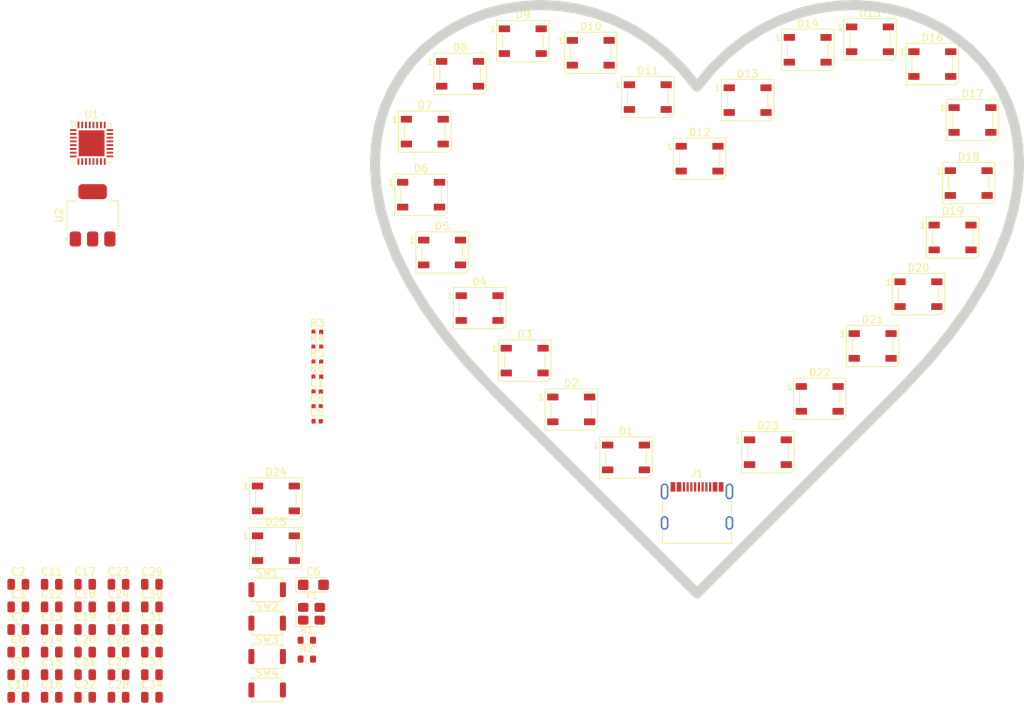
<source format=kicad_pcb>
(kicad_pcb (version 20241229) (generator "pcbnew") (generator_version "9.0")
  (layers (0 "F.Cu" signal) (4 "In1.Cu" power "GND_Plane") (6 "In2.Cu" power "PWR_Plane") (2 "B.Cu" signal) (13 "F.Paste" user) (15 "B.Paste" user) (5 "F.SilkS" user "F.Silkscreen") (7 "B.SilkS" user "B.Silkscreen") (1 "F.Mask" user) (3 "B.Mask" user) (25 "Edge.Cuts" user))
  (net 0 "")
  (net 1 "+3.3V")
  (net 2 "GND")
  (net 3 "/XTAL_N")
  (net 4 "/XTAL_P")
  (net 5 "/EN")
  (net 6 "+5V")
  (net 7 "/LED_PWM")
  (net 8 "Net-(D2-DOUT)")
  (net 9 "Net-(D3-DOUT)")
  (net 10 "Net-(D4-DOUT)")
  (net 11 "Net-(D6-DOUT)")
  (net 12 "Net-(D7-DOUT)")
  (net 13 "Net-(D8-DOUT)")
  (net 14 "Net-(D10-DIN)")
  (net 15 "Net-(D11-DOUT)")
  (net 16 "Net-(D12-DOUT)")
  (net 17 "Net-(D13-DOUT)")
  (net 18 "Net-(D14-DOUT)")
  (net 19 "Net-(J1-CC1)")
  (net 21 "Net-(J1-CC2)")
  (net 22 "/USB_D+")
  (net 23 "/USB_D-")
  (net 25 "/BOOT")
  (net 26 "/LED_MODUS")
  (net 45 "Net-(D16-DOUT)")
  (net 46 "Net-(D17-DOUT)")
  (net 47 "Net-(D18-DOUT)")
  (net 48 "Net-(D19-DOUT)")
  (net 49 "Net-(D21-DOUT)")
  (net 50 "Net-(D22-DOUT)")
  (net 51 "Net-(D23-DOUT)")
  (net 52 "Net-(D24-DOUT)")
  (net 54 "Net-(D1-DOUT)")
  (net 55 "/LED0")
  (net 56 "/LED1")
  (net 57 "/LED2")
  (net 58 "/LED3")
  (footprint "Capacitor_SMD:C_0805_2012Metric" (layer "F.Cu") (at 74.05 141.96)
    (property "Reference" "C24" (at 0 -1.68 0) (layer "F.SilkS"))
    (property "Value" "100nF")
    (pad "1" smd roundrect (at -0.95 0) (size 1 1.45) (layers "F.Cu" "F.Mask" "F.Paste") (net 6 "+5V"))
    (pad "2" smd roundrect (at 0.95 0) (size 1 1.45) (layers "F.Cu" "F.Mask" "F.Paste") (net 2 "GND"))
  )
  (footprint "Capacitor_SMD:C_0402_1005Metric" (layer "F.Cu") (at 100.51 113.29)
    (property "Reference" "C1" (at 0 -1.16 0) (layer "F.SilkS"))
    (property "Value" "100nF")
    (pad "1" smd roundrect (at -0.48 0) (size 0.56 0.62) (layers "F.Cu" "F.Mask" "F.Paste") (net 1 "+3.3V"))
    (pad "2" smd roundrect (at 0.48 0) (size 0.56 0.62) (layers "F.Cu" "F.Mask" "F.Paste") (net 2 "GND"))
  )
  (footprint "Capacitor_SMD:C_0805_2012Metric" (layer "F.Cu") (at 60.7 147.98)
    (property "Reference" "C8" (at 0 -1.68 0) (layer "F.SilkS"))
    (property "Value" "100nF")
    (pad "1" smd roundrect (at -0.95 0) (size 1 1.45) (layers "F.Cu" "F.Mask" "F.Paste") (net 6 "+5V"))
    (pad "2" smd roundrect (at 0.95 0) (size 1 1.45) (layers "F.Cu" "F.Mask" "F.Paste") (net 2 "GND"))
  )
  (footprint "Capacitor_SMD:C_0402_1005Metric" (layer "F.Cu") (at 100.51 117.23)
    (property "Reference" "C5" (at 0 -1.16 0) (layer "F.SilkS"))
    (property "Value" "10uF")
    (pad "1" smd roundrect (at -0.48 0) (size 0.56 0.62) (layers "F.Cu" "F.Mask" "F.Paste") (net 6 "+5V"))
    (pad "2" smd roundrect (at 0.48 0) (size 0.56 0.62) (layers "F.Cu" "F.Mask" "F.Paste") (net 2 "GND"))
  )
  (footprint "Resistor_SMD:R_0402_1005Metric" (layer "F.Cu") (at 100.53 109.32)
    (property "Reference" "R5" (at 0 -1.17 0) (layer "F.SilkS"))
    (property "Value" "10k")
    (pad "1" smd roundrect (at -0.51 0) (size 0.54 0.64) (layers "F.Cu" "F.Mask" "F.Paste") (net 1 "+3.3V"))
    (pad "2" smd roundrect (at 0.51 0) (size 0.54 0.64) (layers "F.Cu" "F.Mask" "F.Paste") (net 7 "/LED_PWM"))
  )
  (footprint "Capacitor_Tantalum_SMD:CP_EIA-3216-18_Kemet-A" (layer "F.Cu") (at 100.005 139.02)
    (property "Reference" "C6" (at 0 -1.75 0) (layer "F.SilkS"))
    (property "Value" "22uF")
    (pad "1" smd roundrect (at -1.3525 0) (size 1.415 1.39) (layers "F.Cu" "F.Mask" "F.Paste") (roundrect_rratio 0.179856) (net 1 "+3.3V"))
    (pad "2" smd roundrect (at 1.3525 0) (size 1.415 1.39) (layers "F.Cu" "F.Mask" "F.Paste") (roundrect_rratio 0.179856) (net 2 "GND"))
  )
  (footprint "LED_SMD:LED_WS2812B_PLCC4_5.0x5.0mm_P3.2mm" (layer "F.Cu") (at 141.65 122.05)
    (property "Reference" "D1" (at 0 -3.5 0) (layer "F.SilkS"))
    (property "Value" "WS2812B")
    (fp_text user "1" (at -4 -1.6 0) (layer "F.SilkS") (effects (font (size 0.8 0.8))))
    (pad "1" smd roundrect (at -2.45 -1.65) (size 1.5 0.9) (layers "F.Cu" "F.Mask" "F.Paste") (roundrect_rratio 0.1) (net 6 "+5V"))
    (pad "2" smd roundrect (at -2.45 1.65) (size 1.5 0.9) (layers "F.Cu" "F.Mask" "F.Paste") (roundrect_rratio 0.1) (net 54 "Net-(D1-DOUT)"))
    (pad "3" smd roundrect (at 2.45 1.65) (size 1.5 0.9) (layers "F.Cu" "F.Mask" "F.Paste") (roundrect_rratio 0.1) (net 2 "GND"))
    (pad "4" smd roundrect (at 2.45 -1.65) (size 1.5 0.9) (layers "F.Cu" "F.Mask" "F.Paste") (roundrect_rratio 0.1) (net 7 "/LED_PWM"))
  )
  (footprint "LED_SMD:LED_WS2812B_PLCC4_5.0x5.0mm_P3.2mm" (layer "F.Cu") (at 180.6 100.3)
    (property "Reference" "D20" (at 0 -3.5 0) (layer "F.SilkS"))
    (property "Value" "WS2812B")
    (fp_text user "1" (at -4 -1.6 0) (layer "F.SilkS") (effects (font (size 0.8 0.8))))
    (pad "1" smd roundrect (at -2.45 -1.65) (size 1.5 0.9) (layers "F.Cu" "F.Mask" "F.Paste") (roundrect_rratio 0.1) (net 6 "+5V"))
    (pad "2" smd roundrect (at -2.45 1.65) (size 1.5 0.9) (layers "F.Cu" "F.Mask" "F.Paste") (roundrect_rratio 0.1) (net 58 "/LED3"))
    (pad "3" smd roundrect (at 2.45 1.65) (size 1.5 0.9) (layers "F.Cu" "F.Mask" "F.Paste") (roundrect_rratio 0.1) (net 2 "GND"))
    (pad "4" smd roundrect (at 2.45 -1.65) (size 1.5 0.9) (layers "F.Cu" "F.Mask" "F.Paste") (roundrect_rratio 0.1) (net 48 "Net-(D19-DOUT)"))
  )
  (footprint "LED_SMD:LED_WS2812B_PLCC4_5.0x5.0mm_P3.2mm" (layer "F.Cu") (at 151.45 82.25)
    (property "Reference" "D12" (at 0 -3.5 0) (layer "F.SilkS"))
    (property "Value" "WS2812B")
    (fp_text user "1" (at -4 -1.6 0) (layer "F.SilkS") (effects (font (size 0.8 0.8))))
    (pad "1" smd roundrect (at -2.45 -1.65) (size 1.5 0.9) (layers "F.Cu" "F.Mask" "F.Paste") (roundrect_rratio 0.1) (net 6 "+5V"))
    (pad "2" smd roundrect (at -2.45 1.65) (size 1.5 0.9) (layers "F.Cu" "F.Mask" "F.Paste") (roundrect_rratio 0.1) (net 16 "Net-(D12-DOUT)"))
    (pad "3" smd roundrect (at 2.45 1.65) (size 1.5 0.9) (layers "F.Cu" "F.Mask" "F.Paste") (roundrect_rratio 0.1) (net 2 "GND"))
    (pad "4" smd roundrect (at 2.45 -1.65) (size 1.5 0.9) (layers "F.Cu" "F.Mask" "F.Paste") (roundrect_rratio 0.1) (net 15 "Net-(D11-DOUT)"))
  )
  (footprint "Resistor_SMD:R_0402_1005Metric" (layer "F.Cu") (at 100.53 105.34)
    (property "Reference" "R3" (at 0 -1.17 0) (layer "F.SilkS"))
    (property "Value" "10k")
    (pad "1" smd roundrect (at -0.51 0) (size 0.54 0.64) (layers "F.Cu" "F.Mask" "F.Paste") (net 1 "+3.3V"))
    (pad "2" smd roundrect (at 0.51 0) (size 0.54 0.64) (layers "F.Cu" "F.Mask" "F.Paste") (net 5 "/EN"))
  )
  (footprint "Capacitor_SMD:C_0805_2012Metric" (layer "F.Cu") (at 65.15 154)
    (property "Reference" "C16" (at 0 -1.68 0) (layer "F.SilkS"))
    (property "Value" "100nF")
    (pad "1" smd roundrect (at -0.95 0) (size 1 1.45) (layers "F.Cu" "F.Mask" "F.Paste") (net 6 "+5V"))
    (pad "2" smd roundrect (at 0.95 0) (size 1 1.45) (layers "F.Cu" "F.Mask" "F.Paste") (net 2 "GND"))
  )
  (footprint "Capacitor_SMD:C_0805_2012Metric" (layer "F.Cu") (at 78.5 150.99)
    (property "Reference" "C33" (at 0 -1.68 0) (layer "F.SilkS"))
    (property "Value" "100nF")
    (pad "1" smd roundrect (at -0.95 0) (size 1 1.45) (layers "F.Cu" "F.Mask" "F.Paste") (net 1 "+3.3V"))
    (pad "2" smd roundrect (at 0.95 0) (size 1 1.45) (layers "F.Cu" "F.Mask" "F.Paste") (net 2 "GND"))
  )
  (footprint "Capacitor_SMD:C_0805_2012Metric" (layer "F.Cu") (at 78.5 138.95)
    (property "Reference" "C29" (at 0 -1.68 0) (layer "F.SilkS"))
    (property "Value" "100nF")
    (pad "1" smd roundrect (at -0.95 0) (size 1 1.45) (layers "F.Cu" "F.Mask" "F.Paste") (net 6 "+5V"))
    (pad "2" smd roundrect (at 0.95 0) (size 1 1.45) (layers "F.Cu" "F.Mask" "F.Paste") (net 2 "GND"))
  )
  (footprint "Capacitor_SMD:C_0805_2012Metric" (layer "F.Cu") (at 65.15 138.95)
    (property "Reference" "C11" (at 0 -1.68 0) (layer "F.SilkS"))
    (property "Value" "100nF")
    (pad "1" smd roundrect (at -0.95 0) (size 1 1.45) (layers "F.Cu" "F.Mask" "F.Paste") (net 6 "+5V"))
    (pad "2" smd roundrect (at 0.95 0) (size 1 1.45) (layers "F.Cu" "F.Mask" "F.Paste") (net 2 "GND"))
  )
  (footprint "LED_SMD:LED_WS2812B_PLCC4_5.0x5.0mm_P3.2mm" (layer "F.Cu") (at 157.85 74.45)
    (property "Reference" "D13" (at 0 -3.5 0) (layer "F.SilkS"))
    (property "Value" "WS2812B")
    (fp_text user "1" (at -4 -1.6 0) (layer "F.SilkS") (effects (font (size 0.8 0.8))))
    (pad "1" smd roundrect (at -2.45 -1.65) (size 1.5 0.9) (layers "F.Cu" "F.Mask" "F.Paste") (roundrect_rratio 0.1) (net 6 "+5V"))
    (pad "2" smd roundrect (at -2.45 1.65) (size 1.5 0.9) (layers "F.Cu" "F.Mask" "F.Paste") (roundrect_rratio 0.1) (net 17 "Net-(D13-DOUT)"))
    (pad "3" smd roundrect (at 2.45 1.65) (size 1.5 0.9) (layers "F.Cu" "F.Mask" "F.Paste") (roundrect_rratio 0.1) (net 2 "GND"))
    (pad "4" smd roundrect (at 2.45 -1.65) (size 1.5 0.9) (layers "F.Cu" "F.Mask" "F.Paste") (roundrect_rratio 0.1) (net 16 "Net-(D12-DOUT)"))
  )
  (footprint "LED_SMD:LED_WS2812B_PLCC4_5.0x5.0mm_P3.2mm" (layer "F.Cu") (at 174.5 107.2)
    (property "Reference" "D21" (at 0 -3.5 0) (layer "F.SilkS"))
    (property "Value" "WS2812B")
    (fp_text user "1" (at -4 -1.6 0) (layer "F.SilkS") (effects (font (size 0.8 0.8))))
    (pad "1" smd roundrect (at -2.45 -1.65) (size 1.5 0.9) (layers "F.Cu" "F.Mask" "F.Paste") (roundrect_rratio 0.1) (net 6 "+5V"))
    (pad "2" smd roundrect (at -2.45 1.65) (size 1.5 0.9) (layers "F.Cu" "F.Mask" "F.Paste") (roundrect_rratio 0.1) (net 49 "Net-(D21-DOUT)"))
    (pad "3" smd roundrect (at 2.45 1.65) (size 1.5 0.9) (layers "F.Cu" "F.Mask" "F.Paste") (roundrect_rratio 0.1) (net 2 "GND"))
    (pad "4" smd roundrect (at 2.45 -1.65) (size 1.5 0.9) (layers "F.Cu" "F.Mask" "F.Paste") (roundrect_rratio 0.1) (net 58 "/LED3"))
  )
  (footprint "LED_SMD:LED_WS2812B_PLCC4_5.0x5.0mm_P3.2mm" (layer "F.Cu") (at 122.15 102.15)
    (property "Reference" "D4" (at 0 -3.5 0) (layer "F.SilkS"))
    (property "Value" "WS2812B")
    (fp_text user "1" (at -4 -1.6 0) (layer "F.SilkS") (effects (font (size 0.8 0.8))))
    (pad "1" smd roundrect (at -2.45 -1.65) (size 1.5 0.9) (layers "F.Cu" "F.Mask" "F.Paste") (roundrect_rratio 0.1) (net 6 "+5V"))
    (pad "2" smd roundrect (at -2.45 1.65) (size 1.5 0.9) (layers "F.Cu" "F.Mask" "F.Paste") (roundrect_rratio 0.1) (net 10 "Net-(D4-DOUT)"))
    (pad "3" smd roundrect (at 2.45 1.65) (size 1.5 0.9) (layers "F.Cu" "F.Mask" "F.Paste") (roundrect_rratio 0.1) (net 2 "GND"))
    (pad "4" smd roundrect (at 2.45 -1.65) (size 1.5 0.9) (layers "F.Cu" "F.Mask" "F.Paste") (roundrect_rratio 0.1) (net 9 "Net-(D3-DOUT)"))
  )
  (footprint "LED_SMD:LED_WS2812B_PLCC4_5.0x5.0mm_P3.2mm" (layer "F.Cu") (at 128.15 109.15)
    (property "Reference" "D3" (at 0 -3.5 0) (layer "F.SilkS"))
    (property "Value" "WS2812B")
    (fp_text user "1" (at -4 -1.6 0) (layer "F.SilkS") (effects (font (size 0.8 0.8))))
    (pad "1" smd roundrect (at -2.45 -1.65) (size 1.5 0.9) (layers "F.Cu" "F.Mask" "F.Paste") (roundrect_rratio 0.1) (net 6 "+5V"))
    (pad "2" smd roundrect (at -2.45 1.65) (size 1.5 0.9) (layers "F.Cu" "F.Mask" "F.Paste") (roundrect_rratio 0.1) (net 9 "Net-(D3-DOUT)"))
    (pad "3" smd roundrect (at 2.45 1.65) (size 1.5 0.9) (layers "F.Cu" "F.Mask" "F.Paste") (roundrect_rratio 0.1) (net 2 "GND"))
    (pad "4" smd roundrect (at 2.45 -1.65) (size 1.5 0.9) (layers "F.Cu" "F.Mask" "F.Paste") (roundrect_rratio 0.1) (net 8 "Net-(D2-DOUT)"))
  )
  (footprint "Connector_USB:USB_C_Receptacle_G-Switch_GT-USB-7010ASV" (layer "F.Cu") (at 151.106495 129.7)
    (property "Reference" "J1" (at 0 -5.5 0) (layer "F.SilkS"))
    (property "Value" "USB_C_2.0_16P" (hide yes))
    (pad "" np_thru_hole circle (at -2.89 -2.605) (size 0.65 0.65) (drill 0.65) (layers "*.Cu" "*.Mask"))
    (pad "" np_thru_hole circle (at 2.89 -2.605) (size 0.65 0.65) (drill 0.65) (layers "*.Cu" "*.Mask"))
    (pad "A1" smd rect (at -3.2 -3.725) (size 0.6 1.24) (layers "F.Cu" "F.Mask" "F.Paste") (net 2 "GND"))
    (pad "A4" smd rect (at -2.4 -3.725) (size 0.6 1.24) (layers "F.Cu" "F.Mask" "F.Paste") (net 6 "+5V"))
    (pad "A5" smd rect (at -1.25 -3.725) (size 0.3 1.24) (layers "F.Cu" "F.Mask" "F.Paste") (net 19 "Net-(J1-CC1)"))
    (pad "A6" smd rect (at -0.25 -3.725) (size 0.3 1.24) (layers "F.Cu" "F.Mask" "F.Paste") (net 22 "/USB_D+"))
    (pad "A7" smd rect (at 0.25 -3.725) (size 0.3 1.24) (layers "F.Cu" "F.Mask" "F.Paste") (net 23 "/USB_D-"))
    (pad "A8" smd rect (at 1.25 -3.725) (size 0.3 1.24) (layers "F.Cu" "F.Mask" "F.Paste"))
    (pad "A9" smd rect (at 2.4 -3.725) (size 0.6 1.24) (layers "F.Cu" "F.Mask" "F.Paste") (net 6 "+5V"))
    (pad "A12" smd rect (at 3.2 -3.725) (size 0.6 1.24) (layers "F.Cu" "F.Mask" "F.Paste") (net 2 "GND"))
    (pad "B1" smd rect (at 3.2 -3.725) (size 0.6 1.24) (layers "F.Cu" "F.Mask" "F.Paste") (net 2 "GND"))
    (pad "B4" smd rect (at 2.4 -3.725) (size 0.6 1.24) (layers "F.Cu" "F.Mask" "F.Paste") (net 6 "+5V"))
    (pad "B5" smd rect (at 1.75 -3.725) (size 0.3 1.24) (layers "F.Cu" "F.Mask" "F.Paste") (net 21 "Net-(J1-CC2)"))
    (pad "B6" smd rect (at 0.75 -3.725) (size 0.3 1.24) (layers "F.Cu" "F.Mask" "F.Paste") (net 22 "/USB_D+"))
    (pad "B7" smd rect (at -0.75 -3.725) (size 0.3 1.24) (layers "F.Cu" "F.Mask" "F.Paste") (net 23 "/USB_D-"))
    (pad "B8" smd rect (at -1.75 -3.725) (size 0.3 1.24) (layers "F.Cu" "F.Mask" "F.Paste"))
    (pad "B9" smd rect (at -2.4 -3.725) (size 0.6 1.24) (layers "F.Cu" "F.Mask" "F.Paste") (net 6 "+5V"))
    (pad "B12" smd rect (at -3.2 -3.725) (size 0.6 1.24) (layers "F.Cu" "F.Mask" "F.Paste") (net 2 "GND"))
    (pad "S1" thru_hole oval (at -4.32 -3.125) (size 1 2.1) (drill oval 0.6 1.7) (property pad_prop_heatsink) (layers "*.Cu" "*.Mask") (net 2 "GND"))
    (pad "S1" thru_hole oval (at -4.32 1.075) (size 1 1.8) (drill oval 0.6 1.4) (property pad_prop_heatsink) (layers "*.Cu" "*.Mask") (net 2 "GND"))
    (pad "S1" thru_hole oval (at 4.32 -3.125) (size 1 2.1) (drill oval 0.6 1.7) (property pad_prop_heatsink) (layers "*.Cu" "*.Mask") (net 2 "GND"))
    (pad "S1" thru_hole oval (at 4.32 1.075) (size 1 1.8) (drill oval 0.6 1.4) (property pad_prop_heatsink) (layers "*.Cu" "*.Mask") (net 2 "GND"))
  )
  (footprint "Capacitor_SMD:C_0402_1005Metric" (layer "F.Cu") (at 100.51 115.26)
    (property "Reference" "C4" (at 0 -1.16 0) (layer "F.SilkS"))
    (property "Value" "100nF")
    (pad "1" smd roundrect (at -0.48 0) (size 0.56 0.62) (layers "F.Cu" "F.Mask" "F.Paste") (net 2 "GND"))
    (pad "2" smd roundrect (at 0.48 0) (size 0.56 0.62) (layers "F.Cu" "F.Mask" "F.Paste") (net 5 "/EN"))
  )
  (footprint "LED_SMD:LED_WS2812B_PLCC4_5.0x5.0mm_P3.2mm" (layer "F.Cu") (at 167.45 114.25)
    (property "Reference" "D22" (at 0 -3.5 0) (layer "F.SilkS"))
    (property "Value" "WS2812B")
    (fp_text user "1" (at -4 -1.6 0) (layer "F.SilkS") (effects (font (size 0.8 0.8))))
    (pad "1" smd roundrect (at -2.45 -1.65) (size 1.5 0.9) (layers "F.Cu" "F.Mask" "F.Paste") (roundrect_rratio 0.1) (net 6 "+5V"))
    (pad "2" smd roundrect (at -2.45 1.65) (size 1.5 0.9) (layers "F.Cu" "F.Mask" "F.Paste") (roundrect_rratio 0.1) (net 50 "Net-(D22-DOUT)"))
    (pad "3" smd roundrect (at 2.45 1.65) (size 1.5 0.9) (layers "F.Cu" "F.Mask" "F.Paste") (roundrect_rratio 0.1) (net 2 "GND"))
    (pad "4" smd roundrect (at 2.45 -1.65) (size 1.5 0.9) (layers "F.Cu" "F.Mask" "F.Paste") (roundrect_rratio 0.1) (net 49 "Net-(D21-DOUT)"))
  )
  (footprint "Capacitor_SMD:C_0805_2012Metric" (layer "F.Cu") (at 74.05 144.97)
    (property "Reference" "C25" (at 0 -1.68 0) (layer "F.SilkS"))
    (property "Value" "100nF")
    (pad "1" smd roundrect (at -0.95 0) (size 1 1.45) (layers "F.Cu" "F.Mask" "F.Paste") (net 6 "+5V"))
    (pad "2" smd roundrect (at 0.95 0) (size 1 1.45) (layers "F.Cu" "F.Mask" "F.Paste") (net 2 "GND"))
  )
  (footprint "Button_Switch_SMD:SW_Push_SPST_NO_Alps_SKRK" (layer "F.Cu") (at 93.85 148.57)
    (property "Reference" "SW3" (at 0 -2.25 0) (layer "F.SilkS"))
    (property "Value" "MODE")
    (pad "1" smd roundrect (at -2.1 0) (size 0.8 2) (layers "F.Cu" "F.Mask" "F.Paste") (net 2 "GND"))
    (pad "2" smd roundrect (at 2.1 0) (size 0.8 2) (layers "F.Cu" "F.Mask" "F.Paste") (net 7 "/LED_PWM"))
  )
  (footprint "LED_SMD:LED_WS2812B_PLCC4_5.0x5.0mm_P3.2mm" (layer "F.Cu") (at 187.8 77.1)
    (property "Reference" "D17" (at 0 -3.5 0) (layer "F.SilkS"))
    (property "Value" "WS2812B")
    (fp_text user "1" (at -4 -1.6 0) (layer "F.SilkS") (effects (font (size 0.8 0.8))))
    (pad "1" smd roundrect (at -2.45 -1.65) (size 1.5 0.9) (layers "F.Cu" "F.Mask" "F.Paste") (roundrect_rratio 0.1) (net 6 "+5V"))
    (pad "2" smd roundrect (at -2.45 1.65) (size 1.5 0.9) (layers "F.Cu" "F.Mask" "F.Paste") (roundrect_rratio 0.1) (net 46 "Net-(D17-DOUT)"))
    (pad "3" smd roundrect (at 2.45 1.65) (size 1.5 0.9) (layers "F.Cu" "F.Mask" "F.Paste") (roundrect_rratio 0.1) (net 2 "GND"))
    (pad "4" smd roundrect (at 2.45 -1.65) (size 1.5 0.9) (layers "F.Cu" "F.Mask" "F.Paste") (roundrect_rratio 0.1) (net 45 "Net-(D16-DOUT)"))
  )
  (footprint "Capacitor_SMD:C_0805_2012Metric" (layer "F.Cu") (at 65.15 141.96)
    (property "Reference" "C12" (at 0 -1.68 0) (layer "F.SilkS"))
    (property "Value" "100nF")
    (pad "1" smd roundrect (at -0.95 0) (size 1 1.45) (layers "F.Cu" "F.Mask" "F.Paste") (net 6 "+5V"))
    (pad "2" smd roundrect (at 0.95 0) (size 1 1.45) (layers "F.Cu" "F.Mask" "F.Paste") (net 2 "GND"))
  )
  (footprint "LED_SMD:LED_WS2812B_PLCC4_5.0x5.0mm_P3.2mm" (layer "F.Cu") (at 114.85 78.65)
    (property "Reference" "D7" (at 0 -3.5 0) (layer "F.SilkS"))
    (property "Value" "WS2812B")
    (fp_text user "1" (at -4 -1.6 0) (layer "F.SilkS") (effects (font (size 0.8 0.8))))
    (pad "1" smd roundrect (at -2.45 -1.65) (size 1.5 0.9) (layers "F.Cu" "F.Mask" "F.Paste") (roundrect_rratio 0.1) (net 6 "+5V"))
    (pad "2" smd roundrect (at -2.45 1.65) (size 1.5 0.9) (layers "F.Cu" "F.Mask" "F.Paste") (roundrect_rratio 0.1) (net 12 "Net-(D7-DOUT)"))
    (pad "3" smd roundrect (at 2.45 1.65) (size 1.5 0.9) (layers "F.Cu" "F.Mask" "F.Paste") (roundrect_rratio 0.1) (net 2 "GND"))
    (pad "4" smd roundrect (at 2.45 -1.65) (size 1.5 0.9) (layers "F.Cu" "F.Mask" "F.Paste") (roundrect_rratio 0.1) (net 11 "Net-(D6-DOUT)"))
  )
  (footprint "LED_SMD:LED_WS2812B_PLCC4_5.0x5.0mm_P3.2mm" (layer "F.Cu") (at 185.15 92.75)
    (property "Reference" "D19" (at 0 -3.5 0) (layer "F.SilkS"))
    (property "Value" "WS2812B")
    (fp_text user "1" (at -4 -1.6 0) (layer "F.SilkS") (effects (font (size 0.8 0.8))))
    (pad "1" smd roundrect (at -2.45 -1.65) (size 1.5 0.9) (layers "F.Cu" "F.Mask" "F.Paste") (roundrect_rratio 0.1) (net 6 "+5V"))
    (pad "2" smd roundrect (at -2.45 1.65) (size 1.5 0.9) (layers "F.Cu" "F.Mask" "F.Paste") (roundrect_rratio 0.1) (net 48 "Net-(D19-DOUT)"))
    (pad "3" smd roundrect (at 2.45 1.65) (size 1.5 0.9) (layers "F.Cu" "F.Mask" "F.Paste") (roundrect_rratio 0.1) (net 2 "GND"))
    (pad "4" smd roundrect (at 2.45 -1.65) (size 1.5 0.9) (layers "F.Cu" "F.Mask" "F.Paste") (roundrect_rratio 0.1) (net 47 "Net-(D18-DOUT)"))
  )
  (footprint "Capacitor_SMD:C_0805_2012Metric" (layer "F.Cu") (at 69.6 150.99)
    (property "Reference" "C21" (at 0 -1.68 0) (layer "F.SilkS"))
    (property "Value" "100nF")
    (pad "1" smd roundrect (at -0.95 0) (size 1 1.45) (layers "F.Cu" "F.Mask" "F.Paste") (net 6 "+5V"))
    (pad "2" smd roundrect (at 0.95 0) (size 1 1.45) (layers "F.Cu" "F.Mask" "F.Paste") (net 2 "GND"))
  )
  (footprint "Resistor_SMD:R_0603_1608Metric" (layer "F.Cu") (at 99.13 148.91)
    (property "Reference" "R2" (at 0 -1.43 0) (layer "F.SilkS"))
    (property "Value" "5.1k")
    (pad "1" smd roundrect (at -0.825 0) (size 0.8 0.95) (layers "F.Cu" "F.Mask" "F.Paste") (net 21 "Net-(J1-CC2)"))
    (pad "2" smd roundrect (at 0.825 0) (size 0.8 0.95) (layers "F.Cu" "F.Mask" "F.Paste") (net 2 "GND"))
  )
  (footprint "LED_SMD:LED_WS2812B_PLCC4_5.0x5.0mm_P3.2mm" (layer "F.Cu") (at 117.15 94.75)
    (property "Reference" "D5" (at 0 -3.5 0) (layer "F.SilkS"))
    (property "Value" "WS2812B")
    (fp_text user "1" (at -4 -1.6 0) (layer "F.SilkS") (effects (font (size 0.8 0.8))))
    (pad "1" smd roundrect (at -2.45 -1.65) (size 1.5 0.9) (layers "F.Cu" "F.Mask" "F.Paste") (roundrect_rratio 0.1) (net 6 "+5V"))
    (pad "2" smd roundrect (at -2.45 1.65) (size 1.5 0.9) (layers "F.Cu" "F.Mask" "F.Paste") (roundrect_rratio 0.1) (net 55 "/LED0"))
    (pad "3" smd roundrect (at 2.45 1.65) (size 1.5 0.9) (layers "F.Cu" "F.Mask" "F.Paste") (roundrect_rratio 0.1) (net 2 "GND"))
    (pad "4" smd roundrect (at 2.45 -1.65) (size 1.5 0.9) (layers "F.Cu" "F.Mask" "F.Paste") (roundrect_rratio 0.1) (net 10 "Net-(D4-DOUT)"))
  )
  (footprint "Button_Switch_SMD:SW_Push_SPST_NO_Alps_SKRK" (layer "F.Cu") (at 93.85 139.67)
    (property "Reference" "SW1" (at 0 -2.25 0) (layer "F.SilkS"))
    (property "Value" "EN")
    (pad "1" smd roundrect (at -2.1 0) (size 0.8 2) (layers "F.Cu" "F.Mask" "F.Paste") (net 2 "GND"))
    (pad "2" smd roundrect (at 2.1 0) (size 0.8 2) (layers "F.Cu" "F.Mask" "F.Paste") (net 5 "/EN"))
  )
  (footprint "Button_Switch_SMD:SW_Push_SPST_NO_Alps_SKRK" (layer "F.Cu") (at 93.85 153.02)
    (property "Reference" "SW4" (at 0 -2.25 0) (layer "F.SilkS"))
    (property "Value" "LED_MODUS")
    (pad "1" smd roundrect (at -2.1 0) (size 0.8 2) (layers "F.Cu" "F.Mask" "F.Paste") (net 2 "GND"))
    (pad "2" smd roundrect (at 2.1 0) (size 0.8 2) (layers "F.Cu" "F.Mask" "F.Paste") (net 26 "/LED_MODUS"))
  )
  (footprint "Capacitor_SMD:C_0805_2012Metric" (layer "F.Cu") (at 74.05 154)
    (property "Reference" "C28" (at 0 -1.68 0) (layer "F.SilkS"))
    (property "Value" "100nF")
    (pad "1" smd roundrect (at -0.95 0) (size 1 1.45) (layers "F.Cu" "F.Mask" "F.Paste") (net 6 "+5V"))
    (pad "2" smd roundrect (at 0.95 0) (size 1 1.45) (layers "F.Cu" "F.Mask" "F.Paste") (net 2 "GND"))
  )
  (footprint "Package_TO_SOT_SMD:SOT-223-3_TabPin2" (layer "F.Cu") (at 70.6 89.8 90)
    (property "Reference" "U2" (at 0 -4.5 90) (layer "F.SilkS"))
    (property "Value" "AMS1117-3.3")
    (pad "1" smd roundrect (at -3.15 -2.3 90) (size 2 1.5) (layers "F.Cu" "F.Mask" "F.Paste") (net 2 "GND"))
    (pad "2" smd roundrect (at -3.15 0 90) (size 2 1.5) (layers "F.Cu" "F.Mask" "F.Paste") (net 1 "+3.3V"))
    (pad "2" smd roundrect (at 3.15 0 90) (size 2 3.8) (layers "F.Cu" "F.Mask" "F.Paste") (net 1 "+3.3V"))
    (pad "3" smd roundrect (at -3.15 2.3 90) (size 2 1.5) (layers "F.Cu" "F.Mask" "F.Paste") (net 6 "+5V"))
  )
  (footprint "LED_SMD:LED_WS2812B_PLCC4_5.0x5.0mm_P3.2mm" (layer "F.Cu") (at 95.015 127.515)
    (property "Reference" "D24" (at 0 -3.5 0) (layer "F.SilkS"))
    (property "Value" "WS2812B")
    (fp_text user "1" (at -4 -1.6 0) (layer "F.SilkS") (effects (font (size 0.8 0.8))))
    (pad "1" smd roundrect (at -2.45 -1.65) (size 1.5 0.9) (layers "F.Cu" "F.Mask" "F.Paste") (roundrect_rratio 0.1) (net 6 "+5V"))
    (pad "2" smd roundrect (at -2.45 1.65) (size 1.5 0.9) (layers "F.Cu" "F.Mask" "F.Paste") (roundrect_rratio 0.1) (net 52 "Net-(D24-DOUT)"))
    (pad "3" smd roundrect (at 2.45 1.65) (size 1.5 0.9) (layers "F.Cu" "F.Mask" "F.Paste") (roundrect_rratio 0.1) (net 2 "GND"))
    (pad "4" smd roundrect (at 2.45 -1.65) (size 1.5 0.9) (layers "F.Cu" "F.Mask" "F.Paste") (roundrect_rratio 0.1) (net 51 "Net-(D23-DOUT)"))
  )
  (footprint "LED_SMD:LED_WS2812B_PLCC4_5.0x5.0mm_P3.2mm" (layer "F.Cu") (at 114.35 87.05)
    (property "Reference" "D6" (at 0 -3.5 0) (layer "F.SilkS"))
    (property "Value" "WS2812B")
    (fp_text user "1" (at -4 -1.6 0) (layer "F.SilkS") (effects (font (size 0.8 0.8))))
    (pad "1" smd roundrect (at -2.45 -1.65) (size 1.5 0.9) (layers "F.Cu" "F.Mask" "F.Paste") (roundrect_rratio 0.1) (net 6 "+5V"))
    (pad "2" smd roundrect (at -2.45 1.65) (size 1.5 0.9) (layers "F.Cu" "F.Mask" "F.Paste") (roundrect_rratio 0.1) (net 11 "Net-(D6-DOUT)"))
    (pad "3" smd roundrect (at 2.45 1.65) (size 1.5 0.9) (layers "F.Cu" "F.Mask" "F.Paste") (roundrect_rratio 0.1) (net 2 "GND"))
    (pad "4" smd roundrect (at 2.45 -1.65) (size 1.5 0.9) (layers "F.Cu" "F.Mask" "F.Paste") (roundrect_rratio 0.1) (net 55 "/LED0"))
  )
  (footprint "Capacitor_SMD:C_0805_2012Metric" (layer "F.Cu") (at 78.5 147.98)
    (property "Reference" "C32" (at 0 -1.68 0) (layer "F.SilkS"))
    (property "Value" "100nF")
    (pad "1" smd roundrect (at -0.95 0) (size 1 1.45) (layers "F.Cu" "F.Mask" "F.Paste") (net 1 "+3.3V"))
    (pad "2" smd roundrect (at 0.95 0) (size 1 1.45) (layers "F.Cu" "F.Mask" "F.Paste") (net 2 "GND"))
  )
  (footprint "Capacitor_SMD:C_0805_2012Metric" (layer "F.Cu") (at 74.05 147.98)
    (property "Reference" "C26" (at 0 -1.68 0) (layer "F.SilkS"))
    (property "Value" "100nF")
    (pad "1" smd roundrect (at -0.95 0) (size 1 1.45) (layers "F.Cu" "F.Mask" "F.Paste") (net 6 "+5V"))
    (pad "2" smd roundrect (at 0.95 0) (size 1 1.45) (layers "F.Cu" "F.Mask" "F.Paste") (net 2 "GND"))
  )
  (footprint "Capacitor_SMD:C_0805_2012Metric" (layer "F.Cu") (at 60.7 150.99)
    (property "Reference" "C9" (at 0 -1.68 0) (layer "F.SilkS"))
    (property "Value" "100nF")
    (pad "1" smd roundrect (at -0.95 0) (size 1 1.45) (layers "F.Cu" "F.Mask" "F.Paste") (net 6 "+5V"))
    (pad "2" smd roundrect (at 0.95 0) (size 1 1.45) (layers "F.Cu" "F.Mask" "F.Paste") (net 2 "GND"))
  )
  (footprint "Capacitor_SMD:C_0805_2012Metric" (layer "F.Cu") (at 60.7 141.96)
    (property "Reference" "C3" (at 0 -1.68 0) (layer "F.SilkS"))
    (property "Value" "10uF")
    (pad "1" smd roundrect (at -0.95 0) (size 1 1.45) (layers "F.Cu" "F.Mask" "F.Paste") (net 4 "/XTAL_P"))
    (pad "2" smd roundrect (at 0.95 0) (size 1 1.45) (layers "F.Cu" "F.Mask" "F.Paste") (net 2 "GND"))
  )
  (footprint "Capacitor_SMD:C_0805_2012Metric" (layer "F.Cu") (at 74.05 150.99)
    (property "Reference" "C27" (at 0 -1.68 0) (layer "F.SilkS"))
    (property "Value" "100nF")
    (pad "1" smd roundrect (at -0.95 0) (size 1 1.45) (layers "F.Cu" "F.Mask" "F.Paste") (net 6 "+5V"))
    (pad "2" smd roundrect (at 0.95 0) (size 1 1.45) (layers "F.Cu" "F.Mask" "F.Paste") (net 2 "GND"))
  )
  (footprint "LED_SMD:LED_WS2812B_PLCC4_5.0x5.0mm_P3.2mm" (layer "F.Cu") (at 160.55 121.35)
    (property "Reference" "D23" (at 0 -3.5 0) (layer "F.SilkS"))
    (property "Value" "WS2812B")
    (fp_text user "1" (at -4 -1.6 0) (layer "F.SilkS") (effects (font (size 0.8 0.8))))
    (pad "1" smd roundrect (at -2.45 -1.65) (size 1.5 0.9) (layers "F.Cu" "F.Mask" "F.Paste") (roundrect_rratio 0.1) (net 6 "+5V"))
    (pad "2" smd roundrect (at -2.45 1.65) (size 1.5 0.9) (layers "F.Cu" "F.Mask" "F.Paste") (roundrect_rratio 0.1) (net 51 "Net-(D23-DOUT)"))
    (pad "3" smd roundrect (at 2.45 1.65) (size 1.5 0.9) (layers "F.Cu" "F.Mask" "F.Paste") (roundrect_rratio 0.1) (net 2 "GND"))
    (pad "4" smd roundrect (at 2.45 -1.65) (size 1.5 0.9) (layers "F.Cu" "F.Mask" "F.Paste") (roundrect_rratio 0.1) (net 50 "Net-(D22-DOUT)"))
  )
  (footprint "LED_SMD:LED_WS2812B_PLCC4_5.0x5.0mm_P3.2mm" (layer "F.Cu") (at 182.45 69.65)
    (property "Reference" "D16" (at 0 -3.5 0) (layer "F.SilkS"))
    (property "Value" "WS2812B")
    (fp_text user "1" (at -4 -1.6 0) (layer "F.SilkS") (effects (font (size 0.8 0.8))))
    (pad "1" smd roundrect (at -2.45 -1.65) (size 1.5 0.9) (layers "F.Cu" "F.Mask" "F.Paste") (roundrect_rratio 0.1) (net 6 "+5V"))
    (pad "2" smd roundrect (at -2.45 1.65) (size 1.5 0.9) (layers "F.Cu" "F.Mask" "F.Paste") (roundrect_rratio 0.1) (net 45 "Net-(D16-DOUT)"))
    (pad "3" smd roundrect (at 2.45 1.65) (size 1.5 0.9) (layers "F.Cu" "F.Mask" "F.Paste") (roundrect_rratio 0.1) (net 2 "GND"))
    (pad "4" smd roundrect (at 2.45 -1.65) (size 1.5 0.9) (layers "F.Cu" "F.Mask" "F.Paste") (roundrect_rratio 0.1) (net 57 "/LED2"))
  )
  (footprint "LED_SMD:LED_WS2812B_PLCC4_5.0x5.0mm_P3.2mm" (layer "F.Cu") (at 144.55 74.05)
    (property "Reference" "D11" (at 0 -3.5 0) (layer "F.SilkS"))
    (property "Value" "WS2812B")
    (fp_text user "1" (at -4 -1.6 0) (layer "F.SilkS") (effects (font (size 0.8 0.8))))
    (pad "1" smd roundrect (at -2.45 -1.65) (size 1.5 0.9) (layers "F.Cu" "F.Mask" "F.Paste") (roundrect_rratio 0.1) (net 6 "+5V"))
    (pad "2" smd roundrect (at -2.45 1.65) (size 1.5 0.9) (layers "F.Cu" "F.Mask" "F.Paste") (roundrect_rratio 0.1) (net 15 "Net-(D11-DOUT)"))
    (pad "3" smd roundrect (at 2.45 1.65) (size 1.5 0.9) (layers "F.Cu" "F.Mask" "F.Paste") (roundrect_rratio 0.1) (net 2 "GND"))
    (pad "4" smd roundrect (at 2.45 -1.65) (size 1.5 0.9) (layers "F.Cu" "F.Mask" "F.Paste") (roundrect_rratio 0.1) (net 56 "/LED1"))
  )
  (footprint "Button_Switch_SMD:SW_Push_SPST_NO_Alps_SKRK" (layer "F.Cu") (at 93.85 144.12)
    (property "Reference" "SW2" (at 0 -2.25 0) (layer "F.SilkS"))
    (property "Value" "BOOT")
    (pad "1" smd roundrect (at -2.1 0) (size 0.8 2) (layers "F.Cu" "F.Mask" "F.Paste") (net 2 "GND"))
    (pad "2" smd roundrect (at 2.1 0) (size 0.8 2) (layers "F.Cu" "F.Mask" "F.Paste") (net 25 "/BOOT"))
  )
  (footprint "LED_SMD:LED_WS2812B_PLCC4_5.0x5.0mm_P3.2mm" (layer "F.Cu") (at 165.85 67.75)
    (property "Reference" "D14" (at 0 -3.5 0) (layer "F.SilkS"))
    (property "Value" "WS2812B")
    (fp_text user "1" (at -4 -1.6 0) (layer "F.SilkS") (effects (font (size 0.8 0.8))))
    (pad "1" smd roundrect (at -2.45 -1.65) (size 1.5 0.9) (layers "F.Cu" "F.Mask" "F.Paste") (roundrect_rratio 0.1) (net 6 "+5V"))
    (pad "2" smd roundrect (at -2.45 1.65) (size 1.5 0.9) (layers "F.Cu" "F.Mask" "F.Paste") (roundrect_rratio 0.1) (net 18 "Net-(D14-DOUT)"))
    (pad "3" smd roundrect (at 2.45 1.65) (size 1.5 0.9) (layers "F.Cu" "F.Mask" "F.Paste") (roundrect_rratio 0.1) (net 2 "GND"))
    (pad "4" smd roundrect (at 2.45 -1.65) (size 1.5 0.9) (layers "F.Cu" "F.Mask" "F.Paste") (roundrect_rratio 0.1) (net 17 "Net-(D13-DOUT)"))
  )
  (footprint "Capacitor_SMD:C_0805_2012Metric" (layer "F.Cu") (at 78.5 144.97)
    (property "Reference" "C31" (at 0 -1.68 0) (layer "F.SilkS"))
    (property "Value" "100nF")
    (pad "1" smd roundrect (at -0.95 0) (size 1 1.45) (layers "F.Cu" "F.Mask" "F.Paste") (net 6 "+5V"))
    (pad "2" smd roundrect (at 0.95 0) (size 1 1.45) (layers "F.Cu" "F.Mask" "F.Paste") (net 2 "GND"))
  )
  (footprint "Capacitor_SMD:C_0805_2012Metric" (layer "F.Cu") (at 65.15 147.98)
    (property "Reference" "C14" (at 0 -1.68 0) (layer "F.SilkS"))
    (property "Value" "100nF")
    (pad "1" smd roundrect (at -0.95 0) (size 1 1.45) (layers "F.Cu" "F.Mask" "F.Paste") (net 6 "+5V"))
    (pad "2" smd roundrect (at 0.95 0) (size 1 1.45) (layers "F.Cu" "F.Mask" "F.Paste") (net 2 "GND"))
  )
  (footprint "LED_SMD:LED_WS2812B_PLCC4_5.0x5.0mm_P3.2mm" (layer "F.Cu") (at 119.55 70.95)
    (property "Reference" "D8" (at 0 -3.5 0) (layer "F.SilkS"))
    (property "Value" "WS2812B")
    (fp_text user "1" (at -4 -1.6 0) (layer "F.SilkS") (effects (font (size 0.8 0.8))))
    (pad "1" smd roundrect (at -2.45 -1.65) (size 1.5 0.9) (layers "F.Cu" "F.Mask" "F.Paste") (roundrect_rratio 0.1) (net 6 "+5V"))
    (pad "2" smd roundrect (at -2.45 1.65) (size 1.5 0.9) (layers "F.Cu" "F.Mask" "F.Paste") (roundrect_rratio 0.1) (net 13 "Net-(D8-DOUT)"))
    (pad "3" smd roundrect (at 2.45 1.65) (size 1.5 0.9) (layers "F.Cu" "F.Mask" "F.Paste") (roundrect_rratio 0.1) (net 2 "GND"))
    (pad "4" smd roundrect (at 2.45 -1.65) (size 1.5 0.9) (layers "F.Cu" "F.Mask" "F.Paste") (roundrect_rratio 0.1) (net 12 "Net-(D7-DOUT)"))
  )
  (footprint "Capacitor_SMD:C_0805_2012Metric" (layer "F.Cu") (at 78.5 141.96)
    (property "Reference" "C30" (at 0 -1.68 0) (layer "F.SilkS"))
    (property "Value" "100nF")
    (pad "1" smd roundrect (at -0.95 0) (size 1 1.45) (layers "F.Cu" "F.Mask" "F.Paste") (net 6 "+5V"))
    (pad "2" smd roundrect (at 0.95 0) (size 1 1.45) (layers "F.Cu" "F.Mask" "F.Paste") (net 2 "GND"))
  )
  (footprint "LED_SMD:LED_WS2812B_PLCC4_5.0x5.0mm_P3.2mm" (layer "F.Cu") (at 187.3 85.5)
    (property "Reference" "D18" (at 0 -3.5 0) (layer "F.SilkS"))
    (property "Value" "WS2812B")
    (fp_text user "1" (at -4 -1.6 0) (layer "F.SilkS") (effects (font (size 0.8 0.8))))
    (pad "1" smd roundrect (at -2.45 -1.65) (size 1.5 0.9) (layers "F.Cu" "F.Mask" "F.Paste") (roundrect_rratio 0.1) (net 6 "+5V"))
    (pad "2" smd roundrect (at -2.45 1.65) (size 1.5 0.9) (layers "F.Cu" "F.Mask" "F.Paste") (roundrect_rratio 0.1) (net 47 "Net-(D18-DOUT)"))
    (pad "3" smd roundrect (at 2.45 1.65) (size 1.5 0.9) (layers "F.Cu" "F.Mask" "F.Paste") (roundrect_rratio 0.1) (net 2 "GND"))
    (pad "4" smd roundrect (at 2.45 -1.65) (size 1.5 0.9) (layers "F.Cu" "F.Mask" "F.Paste") (roundrect_rratio 0.1) (net 46 "Net-(D17-DOUT)"))
  )
  (footprint "Capacitor_SMD:C_0805_2012Metric" (layer "F.Cu") (at 69.6 138.95)
    (property "Reference" "C17" (at 0 -1.68 0) (layer "F.SilkS"))
    (property "Value" "100nF")
    (pad "1" smd roundrect (at -0.95 0) (size 1 1.45) (layers "F.Cu" "F.Mask" "F.Paste") (net 6 "+5V"))
    (pad "2" smd roundrect (at 0.95 0) (size 1 1.45) (layers "F.Cu" "F.Mask" "F.Paste") (net 2 "GND"))
  )
  (footprint "Capacitor_SMD:C_0805_2012Metric" (layer "F.Cu") (at 60.7 138.95)
    (property "Reference" "C2" (at 0 -1.68 0) (layer "F.SilkS"))
    (property "Value" "10uF")
    (pad "1" smd roundrect (at -0.95 0) (size 1 1.45) (layers "F.Cu" "F.Mask" "F.Paste") (net 3 "/XTAL_N"))
    (pad "2" smd roundrect (at 0.95 0) (size 1 1.45) (layers "F.Cu" "F.Mask" "F.Paste") (net 2 "GND"))
  )
  (footprint "LED_SMD:LED_WS2812B_PLCC4_5.0x5.0mm_P3.2mm" (layer "F.Cu") (at 134.35 115.65)
    (property "Reference" "D2" (at 0 -3.5 0) (layer "F.SilkS"))
    (property "Value" "WS2812B")
    (fp_text user "1" (at -4 -1.6 0) (layer "F.SilkS") (effects (font (size 0.8 0.8))))
    (pad "1" smd roundrect (at -2.45 -1.65) (size 1.5 0.9) (layers "F.Cu" "F.Mask" "F.Paste") (roundrect_rratio 0.1) (net 6 "+5V"))
    (pad "2" smd roundrect (at -2.45 1.65) (size 1.5 0.9) (layers "F.Cu" "F.Mask" "F.Paste") (roundrect_rratio 0.1) (net 8 "Net-(D2-DOUT)"))
    (pad "3" smd roundrect (at 2.45 1.65) (size 1.5 0.9) (layers "F.Cu" "F.Mask" "F.Paste") (roundrect_rratio 0.1) (net 2 "GND"))
    (pad "4" smd roundrect (at 2.45 -1.65) (size 1.5 0.9) (layers "F.Cu" "F.Mask" "F.Paste") (roundrect_rratio 0.1) (net 54 "Net-(D1-DOUT)"))
  )
  (footprint "Package_DFN_QFN:QFN-32-1EP_5x5mm_P0.5mm_EP3.45x3.45mm" (layer "F.Cu") (at 70.4625 80.2)
    (property "Reference" "U1" (at 0 -3.83 0) (layer "F.SilkS"))
    (property "Value" "ESP32-C3")
    (pad "1" smd roundrect (at -2.4375 -1.75) (size 0.875 0.25) (layers "F.Cu" "F.Mask" "F.Paste"))
    (pad "2" smd roundrect (at -2.4375 -1.25) (size 0.875 0.25) (layers "F.Cu" "F.Mask" "F.Paste") (net 1 "+3.3V"))
    (pad "3" smd roundrect (at -2.4375 -0.75) (size 0.875 0.25) (layers "F.Cu" "F.Mask" "F.Paste") (net 1 "+3.3V"))
    (pad "4" smd roundrect (at -2.4375 -0.25) (size 0.875 0.25) (layers "F.Cu" "F.Mask" "F.Paste"))
    (pad "5" smd roundrect (at -2.4375 0.25) (size 0.875 0.25) (layers "F.Cu" "F.Mask" "F.Paste"))
    (pad "6" smd roundrect (at -2.4375 0.75) (size 0.875 0.25) (layers "F.Cu" "F.Mask" "F.Paste"))
    (pad "7" smd roundrect (at -2.4375 1.25) (size 0.875 0.25) (layers "F.Cu" "F.Mask" "F.Paste") (net 5 "/EN"))
    (pad "8" smd roundrect (at -2.4375 1.75) (size 0.875 0.25) (layers "F.Cu" "F.Mask" "F.Paste"))
    (pad "9" smd roundrect (at -1.75 2.4375) (size 0.25 0.875) (layers "F.Cu" "F.Mask" "F.Paste"))
    (pad "10" smd roundrect (at -1.25 2.4375) (size 0.25 0.875) (layers "F.Cu" "F.Mask" "F.Paste"))
    (pad "11" smd roundrect (at -0.75 2.4375) (size 0.25 0.875) (layers "F.Cu" "F.Mask" "F.Paste") (net 1 "+3.3V"))
    (pad "12" smd roundrect (at -0.25 2.4375) (size 0.25 0.875) (layers "F.Cu" "F.Mask" "F.Paste"))
    (pad "13" smd roundrect (at 0.25 2.4375) (size 0.25 0.875) (layers "F.Cu" "F.Mask" "F.Paste"))
    (pad "14" smd roundrect (at 0.75 2.4375) (size 0.25 0.875) (layers "F.Cu" "F.Mask" "F.Paste") (net 26 "/LED_MODUS"))
    (pad "15" smd roundrect (at 1.25 2.4375) (size 0.25 0.875) (layers "F.Cu" "F.Mask" "F.Paste") (net 25 "/BOOT"))
    (pad "16" smd roundrect (at 1.75 2.4375) (size 0.25 0.875) (layers "F.Cu" "F.Mask" "F.Paste") (net 7 "/LED_PWM"))
    (pad "17" smd roundrect (at 2.4375 1.75) (size 0.875 0.25) (layers "F.Cu" "F.Mask" "F.Paste") (net 1 "+3.3V"))
    (pad "18" smd roundrect (at 2.4375 1.25) (size 0.875 0.25) (layers "F.Cu" "F.Mask" "F.Paste"))
    (pad "19" smd roundrect (at 2.4375 0.75) (size 0.875 0.25) (layers "F.Cu" "F.Mask" "F.Paste"))
    (pad "20" smd roundrect (at 2.4375 0.25) (size 0.875 0.25) (layers "F.Cu" "F.Mask" "F.Paste"))
    (pad "21" smd roundrect (at 2.4375 -0.25) (size 0.875 0.25) (layers "F.Cu" "F.Mask" "F.Paste"))
    (pad "22" smd roundrect (at 2.4375 -0.75) (size 0.875 0.25) (layers "F.Cu" "F.Mask" "F.Paste"))
    (pad "23" smd roundrect (at 2.4375 -1.25) (size 0.875 0.25) (layers "F.Cu" "F.Mask" "F.Paste"))
    (pad "24" smd roundrect (at 2.4375 -1.75) (size 0.875 0.25) (layers "F.Cu" "F.Mask" "F.Paste"))
    (pad "25" smd roundrect (at 1.75 -2.4375) (size 0.25 0.875) (layers "F.Cu" "F.Mask" "F.Paste") (net 23 "/USB_D-"))
    (pad "26" smd roundrect (at 1.25 -2.4375) (size 0.25 0.875) (layers "F.Cu" "F.Mask" "F.Paste") (net 22 "/USB_D+"))
    (pad "27" smd roundrect (at 0.75 -2.4375) (size 0.25 0.875) (layers "F.Cu" "F.Mask" "F.Paste"))
    (pad "28" smd roundrect (at 0.25 -2.4375) (size 0.25 0.875) (layers "F.Cu" "F.Mask" "F.Paste"))
    (pad "29" smd roundrect (at -0.25 -2.4375) (size 0.25 0.875) (layers "F.Cu" "F.Mask" "F.Paste") (net 4 "/XTAL_P"))
    (pad "30" smd roundrect (at -0.75 -2.4375) (size 0.25 0.875) (layers "F.Cu" "F.Mask" "F.Paste") (net 3 "/XTAL_N"))
    (pad "31" smd roundrect (at -1.25 -2.4375) (size 0.25 0.875) (layers "F.Cu" "F.Mask" "F.Paste") (net 1 "+3.3V"))
    (pad "32" smd roundrect (at -1.75 -2.4375) (size 0.25 0.875) (layers "F.Cu" "F.Mask" "F.Paste") (net 1 "+3.3V"))
    (pad "33" smd rect (at 0 0) (size 3.45 3.45) (property pad_prop_heatsink) (layers "F.Cu" "F.Mask") (net 2 "GND"))
  )
  (footprint "Crystal:Crystal_SMD_TXC_7M-4Pin_3.2x2.5mm" (layer "F.Cu") (at 99.75 142.87)
    (property "Reference" "Y1" (at 0 -2.45 0) (layer "F.SilkS"))
    (property "Value" "40 MHz")
    (pad "1" smd roundrect (at -1.1 0.85) (size 1.4 1.2) (layers "F.Cu" "F.Mask" "F.Paste") (roundrect_rratio 0.208333) (net 4 "/XTAL_P"))
    (pad "2" smd roundrect (at 1.1 0.85) (size 1.4 1.2) (layers "F.Cu" "F.Mask" "F.Paste") (roundrect_rratio 0.208333) (net 2 "GND"))
    (pad "3" smd roundrect (at 1.1 -0.85) (size 1.4 1.2) (layers "F.Cu" "F.Mask" "F.Paste") (roundrect_rratio 0.208333) (net 3 "/XTAL_N"))
    (pad "4" smd roundrect (at -1.1 -0.85) (size 1.4 1.2) (layers "F.Cu" "F.Mask" "F.Paste") (roundrect_rratio 0.208333) (net 2 "GND"))
  )
  (footprint "Resistor_SMD:R_0402_1005Metric" (layer "F.Cu") (at 100.53 111.31)
    (property "Reference" "R6" (at 0 -1.17 0) (layer "F.SilkS"))
    (property "Value" "10k")
    (pad "1" smd roundrect (at -0.51 0) (size 0.54 0.64) (layers "F.Cu" "F.Mask" "F.Paste") (net 1 "+3.3V"))
    (pad "2" smd roundrect (at 0.51 0) (size 0.54 0.64) (layers "F.Cu" "F.Mask" "F.Paste") (net 26 "/LED_MODUS"))
  )
  (footprint "LED_SMD:LED_WS2812B_PLCC4_5.0x5.0mm_P3.2mm" (layer "F.Cu") (at 174.15 66.35)
    (property "Reference" "D15" (at 0 -3.5 0) (layer "F.SilkS"))
    (property "Value" "WS2812B")
    (fp_text user "1" (at -4 -1.6 0) (layer "F.SilkS") (effects (font (size 0.8 0.8))))
    (pad "1" smd roundrect (at -2.45 -1.65) (size 1.5 0.9) (layers "F.Cu" "F.Mask" "F.Paste") (roundrect_rratio 0.1) (net 6 "+5V"))
    (pad "2" smd roundrect (at -2.45 1.65) (size 1.5 0.9) (layers "F.Cu" "F.Mask" "F.Paste") (roundrect_rratio 0.1) (net 57 "/LED2"))
    (pad "3" smd roundrect (at 2.45 1.65) (size 1.5 0.9) (layers "F.Cu" "F.Mask" "F.Paste") (roundrect_rratio 0.1) (net 2 "GND"))
    (pad "4" smd roundrect (at 2.45 -1.65) (size 1.5 0.9) (layers "F.Cu" "F.Mask" "F.Paste") (roundrect_rratio 0.1) (net 18 "Net-(D14-DOUT)"))
  )
  (footprint "Resistor_SMD:R_0402_1005Metric" (layer "F.Cu") (at 100.53 107.33)
    (property "Reference" "R4" (at 0 -1.17 0) (layer "F.SilkS"))
    (property "Value" "10k")
    (pad "1" smd roundrect (at -0.51 0) (size 0.54 0.64) (layers "F.Cu" "F.Mask" "F.Paste") (net 1 "+3.3V"))
    (pad "2" smd roundrect (at 0.51 0) (size 0.54 0.64) (layers "F.Cu" "F.Mask" "F.Paste") (net 25 "/BOOT"))
  )
  (footprint "Capacitor_SMD:C_0805_2012Metric" (layer "F.Cu") (at 60.7 144.97)
    (property "Reference" "C7" (at 0 -1.68 0) (layer "F.SilkS"))
    (property "Value" "100nF")
    (pad "1" smd roundrect (at -0.95 0) (size 1 1.45) (layers "F.Cu" "F.Mask" "F.Paste") (net 6 "+5V"))
    (pad "2" smd roundrect (at 0.95 0) (size 1 1.45) (layers "F.Cu" "F.Mask" "F.Paste") (net 2 "GND"))
  )
  (footprint "Resistor_SMD:R_0603_1608Metric" (layer "F.Cu") (at 99.13 146.4)
    (property "Reference" "R1" (at 0 -1.43 0) (layer "F.SilkS"))
    (property "Value" "5.1k")
    (pad "1" smd roundrect (at -0.825 0) (size 0.8 0.95) (layers "F.Cu" "F.Mask" "F.Paste") (net 19 "Net-(J1-CC1)"))
    (pad "2" smd roundrect (at 0.825 0) (size 0.8 0.95) (layers "F.Cu" "F.Mask" "F.Paste") (net 2 "GND"))
  )
  (footprint "Capacitor_SMD:C_0805_2012Metric" (layer "F.Cu") (at 69.6 144.97)
    (property "Reference" "C19" (at 0 -1.68 0) (layer "F.SilkS"))
    (property "Value" "100nF")
    (pad "1" smd roundrect (at -0.95 0) (size 1 1.45) (layers "F.Cu" "F.Mask" "F.Paste") (net 6 "+5V"))
    (pad "2" smd roundrect (at 0.95 0) (size 1 1.45) (layers "F.Cu" "F.Mask" "F.Paste") (net 2 "GND"))
  )
  (footprint "Capacitor_SMD:C_0805_2012Metric" (layer "F.Cu") (at 69.6 154)
    (property "Reference" "C22" (at 0 -1.68 0) (layer "F.SilkS"))
    (property "Value" "100nF")
    (pad "1" smd roundrect (at -0.95 0) (size 1 1.45) (layers "F.Cu" "F.Mask" "F.Paste") (net 6 "+5V"))
    (pad "2" smd roundrect (at 0.95 0) (size 1 1.45) (layers "F.Cu" "F.Mask" "F.Paste") (net 2 "GND"))
  )
  (footprint "Capacitor_SMD:C_0805_2012Metric" (layer "F.Cu") (at 60.7 154)
    (property "Reference" "C10" (at 0 -1.68 0) (layer "F.SilkS"))
    (property "Value" "100nF")
    (pad "1" smd roundrect (at -0.95 0) (size 1 1.45) (layers "F.Cu" "F.Mask" "F.Paste") (net 6 "+5V"))
    (pad "2" smd roundrect (at 0.95 0) (size 1 1.45) (layers "F.Cu" "F.Mask" "F.Paste") (net 2 "GND"))
  )
  (footprint "Capacitor_SMD:C_0805_2012Metric" (layer "F.Cu") (at 69.6 147.98)
    (property "Reference" "C20" (at 0 -1.68 0) (layer "F.SilkS"))
    (property "Value" "100nF")
    (pad "1" smd roundrect (at -0.95 0) (size 1 1.45) (layers "F.Cu" "F.Mask" "F.Paste") (net 6 "+5V"))
    (pad "2" smd roundrect (at 0.95 0) (size 1 1.45) (layers "F.Cu" "F.Mask" "F.Paste") (net 2 "GND"))
  )
  (footprint "Capacitor_SMD:C_0805_2012Metric" (layer "F.Cu") (at 65.15 144.97)
    (property "Reference" "C13" (at 0 -1.68 0) (layer "F.SilkS"))
    (property "Value" "100nF")
    (pad "1" smd roundrect (at -0.95 0) (size 1 1.45) (layers "F.Cu" "F.Mask" "F.Paste") (net 6 "+5V"))
    (pad "2" smd roundrect (at 0.95 0) (size 1 1.45) (layers "F.Cu" "F.Mask" "F.Paste") (net 2 "GND"))
  )
  (footprint "LED_SMD:LED_WS2812B_PLCC4_5.0x5.0mm_P3.2mm" (layer "F.Cu") (at 136.95 68.15)
    (property "Reference" "D10" (at 0 -3.5 0) (layer "F.SilkS"))
    (property "Value" "WS2812B")
    (fp_text user "1" (at -4 -1.6 0) (layer "F.SilkS") (effects (font (size 0.8 0.8))))
    (pad "1" smd roundrect (at -2.45 -1.65) (size 1.5 0.9) (layers "F.Cu" "F.Mask" "F.Paste") (roundrect_rratio 0.1) (net 6 "+5V"))
    (pad "2" smd roundrect (at -2.45 1.65) (size 1.5 0.9) (layers "F.Cu" "F.Mask" "F.Paste") (roundrect_rratio 0.1) (net 56 "/LED1"))
    (pad "3" smd roundrect (at 2.45 1.65) (size 1.5 0.9) (layers "F.Cu" "F.Mask" "F.Paste") (roundrect_rratio 0.1) (net 2 "GND"))
    (pad "4" smd roundrect (at 2.45 -1.65) (size 1.5 0.9) (layers "F.Cu" "F.Mask" "F.Paste") (roundrect_rratio 0.1) (net 14 "Net-(D10-DIN)"))
  )
  (footprint "Capacitor_SMD:C_0805_2012Metric" (layer "F.Cu") (at 74.05 138.95)
    (property "Reference" "C23" (at 0 -1.68 0) (layer "F.SilkS"))
    (property "Value" "100nF")
    (pad "1" smd roundrect (at -0.95 0) (size 1 1.45) (layers "F.Cu" "F.Mask" "F.Paste") (net 6 "+5V"))
    (pad "2" smd roundrect (at 0.95 0) (size 1 1.45) (layers "F.Cu" "F.Mask" "F.Paste") (net 2 "GND"))
  )
  (footprint "Capacitor_SMD:C_0805_2012Metric" (layer "F.Cu") (at 65.15 150.99)
    (property "Reference" "C15" (at 0 -1.68 0) (layer "F.SilkS"))
    (property "Value" "100nF")
    (pad "1" smd roundrect (at -0.95 0) (size 1 1.45) (layers "F.Cu" "F.Mask" "F.Paste") (net 6 "+5V"))
    (pad "2" smd roundrect (at 0.95 0) (size 1 1.45) (layers "F.Cu" "F.Mask" "F.Paste") (net 2 "GND"))
  )
  (footprint "LED_SMD:LED_WS2812B_PLCC4_5.0x5.0mm_P3.2mm" (layer "F.Cu") (at 95.015 134.135)
    (property "Reference" "D25" (at 0 -3.5 0) (layer "F.SilkS"))
    (property "Value" "WS2812B")
    (fp_text user "1" (at -4 -1.6 0) (layer "F.SilkS") (effects (font (size 0.8 0.8))))
    (pad "1" smd roundrect (at -2.45 -1.65) (size 1.5 0.9) (layers "F.Cu" "F.Mask" "F.Paste") (roundrect_rratio 0.1) (net 6 "+5V"))
    (pad "2" smd roundrect (at -2.45 1.65) (size 1.5 0.9) (layers "F.Cu" "F.Mask" "F.Paste") (roundrect_rratio 0.1))
    (pad "3" smd roundrect (at 2.45 1.65) (size 1.5 0.9) (layers "F.Cu" "F.Mask" "F.Paste") (roundrect_rratio 0.1) (net 2 "GND"))
    (pad "4" smd roundrect (at 2.45 -1.65) (size 1.5 0.9) (layers "F.Cu" "F.Mask" "F.Paste") (roundrect_rratio 0.1) (net 52 "Net-(D24-DOUT)"))
  )
  (footprint "LED_SMD:LED_WS2812B_PLCC4_5.0x5.0mm_P3.2mm" (layer "F.Cu") (at 127.9 66.6)
    (property "Reference" "D9" (at 0 -3.5 0) (layer "F.SilkS"))
    (property "Value" "WS2812B")
    (fp_text user "1" (at -4 -1.6 0) (layer "F.SilkS") (effects (font (size 0.8 0.8))))
    (pad "1" smd roundrect (at -2.45 -1.65) (size 1.5 0.9) (layers "F.Cu" "F.Mask" "F.Paste") (roundrect_rratio 0.1) (net 6 "+5V"))
    (pad "2" smd roundrect (at -2.45 1.65) (size 1.5 0.9) (layers "F.Cu" "F.Mask" "F.Paste") (roundrect_rratio 0.1) (net 14 "Net-(D10-DIN)"))
    (pad "3" smd roundrect (at 2.45 1.65) (size 1.5 0.9) (layers "F.Cu" "F.Mask" "F.Paste") (roundrect_rratio 0.1) (net 2 "GND"))
    (pad "4" smd roundrect (at 2.45 -1.65) (size 1.5 0.9) (layers "F.Cu" "F.Mask" "F.Paste") (roundrect_rratio 0.1) (net 13 "Net-(D8-DOUT)"))
  )
  (footprint "Capacitor_SMD:C_0805_2012Metric" (layer "F.Cu") (at 69.6 141.96)
    (property "Reference" "C18" (at 0 -1.68 0) (layer "F.SilkS"))
    (property "Value" "100nF")
    (pad "1" smd roundrect (at -0.95 0) (size 1 1.45) (layers "F.Cu" "F.Mask" "F.Paste") (net 6 "+5V"))
    (pad "2" smd roundrect (at 0.95 0) (size 1 1.45) (layers "F.Cu" "F.Mask" "F.Paste") (net 2 "GND"))
  )
  (footprint "Capacitor_SMD:C_0805_2012Metric" (layer "F.Cu") (at 78.5 154)
    (property "Reference" "C34" (at 0 -1.68 0) (layer "F.SilkS"))
    (property "Value" "100nF")
    (pad "1" smd roundrect (at -0.95 0) (size 1 1.45) (layers "F.Cu" "F.Mask" "F.Paste") (net 1 "+3.3V"))
    (pad "2" smd roundrect (at 0.95 0) (size 1 1.45) (layers "F.Cu" "F.Mask" "F.Paste") (net 2 "GND"))
  )
  (gr_poly (pts (xy 174.499133 61.931736) (xy 176.899577 62.313648) (xy 179.227099 62.930393) (xy 181.460688 63.774555) (xy 183.579332 64.838718) (xy 185.562021 66.115467) (xy 187.387742 67.597385) (xy 189.035485 69.277057) (xy 190.484238 71.147068) (xy 191.71299 73.2) (xy 192.70073 75.42844) (xy 193.426445 77.824969) (xy 193.869125 80.382175) (xy 194.007759 83.092639) (xy 193.821334 85.948947) (xy 193.28884 88.943682) (xy 192.389266 92.06943) (xy 191.1016 95.318773) (xy 189.40483 98.684297) (xy 187.277945 102.158586) (xy 184.699934 105.734224) (xy 181.649786 109.403794) (xy 178.10649 113.159882) (xy 151.106495 140.159877) (xy 124.106498 113.159882) (xy 120.563202 109.403794) (xy 117.513054 105.734224) (xy 114.935043 102.158586) (xy 112.808159 98.684297) (xy 111.111389 95.318773) (xy 109.823723 92.06943) (xy 108.924149 88.943682) (xy 108.391655 85.948947) (xy 108.205231 83.092639) (xy 108.343864 80.382175) (xy 108.786545 77.824969) (xy 109.51226 75.42844) (xy 110.5 73.2) (xy 111.728752 71.147068) (xy 113.177505 69.277057) (xy 114.825248 67.597385) (xy 116.650969 66.115467) (xy 118.633658 64.838718) (xy 120.752302 63.774555) (xy 122.985891 62.930393) (xy 125.313413 62.313648) (xy 127.713857 61.931736) (xy 130.166212 61.792073) (xy 132.649465 61.902073) (xy 135.142606 62.269154) (xy 137.624623 62.90073) (xy 140.074506 63.804218) (xy 142.471242 64.987034) (xy 144.79382 66.456593) (xy 147.021229 68.22031) (xy 149.132458 70.285602) (xy 151.106495 72.659885) (xy 153.080532 70.285602) (xy 155.191761 68.22031) (xy 157.419171 66.456593) (xy 159.741749 64.987034) (xy 162.138485 63.804218) (xy 164.588367 62.90073) (xy 167.070385 62.269154) (xy 169.563526 61.902073) (xy 172.046779 61.792073)) (stroke (width 1.349999)) (fill no) (layer "Edge.Cuts"))
)
</source>
